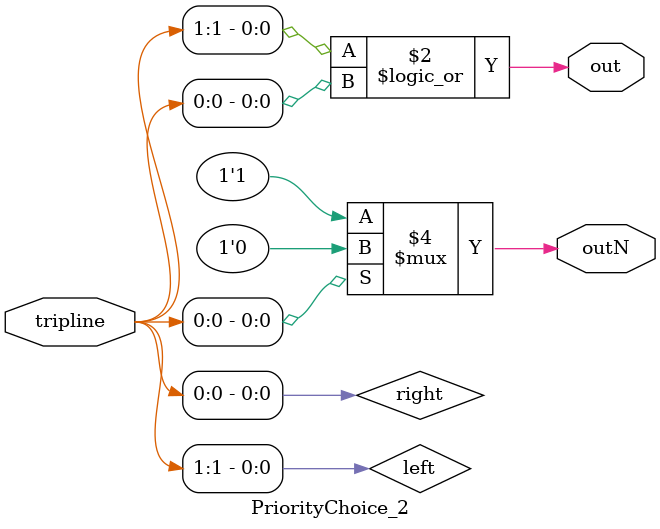
<source format=v>
module PriorityChoice_2 (out, outN, tripline);
   parameter OCODEWIDTH = 1;
   localparam CODEWIDTH=OCODEWIDTH-1;
   localparam SCODEWIDTH= (CODEWIDTH<1) ? 1 : CODEWIDTH;
   output reg             out;
   output reg [OCODEWIDTH-1:0] outN;
   input wire [(1<<OCODEWIDTH)-1:0] tripline;
   wire 			    left;
   wire [SCODEWIDTH-1:0] 	    leftN;
   wire 			    right;
   wire [SCODEWIDTH-1:0] 	    rightN;
   generate
      if(OCODEWIDTH==1) begin
	 assign left = tripline[1];
	 assign right = tripline[0];
	 always @(*) begin
	    out  <= left || right ;
	    if(right) begin outN <= {1'b0}; end
	    else  begin outN <= {1'b1}; end
	 end
      end else begin
	 PriorityChoice #(.OCODEWIDTH(OCODEWIDTH-1))
	 leftMap
	   (
	    .out(left),
	    .outN(leftN),
	    .tripline(tripline[(2<<CODEWIDTH)-1:(1<<CODEWIDTH)])
	    );
	 PriorityChoice #(.OCODEWIDTH(OCODEWIDTH-1))
	 rightMap
	   (
	    .out(right),
	    .outN(rightN),
	    .tripline(tripline[(1<<CODEWIDTH)-1:0])
	    );
	 always @(*) begin
	    if(right) begin
               out  <= right;
               outN <= {1'b0, rightN[OCODEWIDTH-2:0]};
	    end else begin
               out  <= left;
               outN <= {1'b1, leftN[OCODEWIDTH-2:0]};
	    end
	 end
      end
   endgenerate
endmodule
</source>
